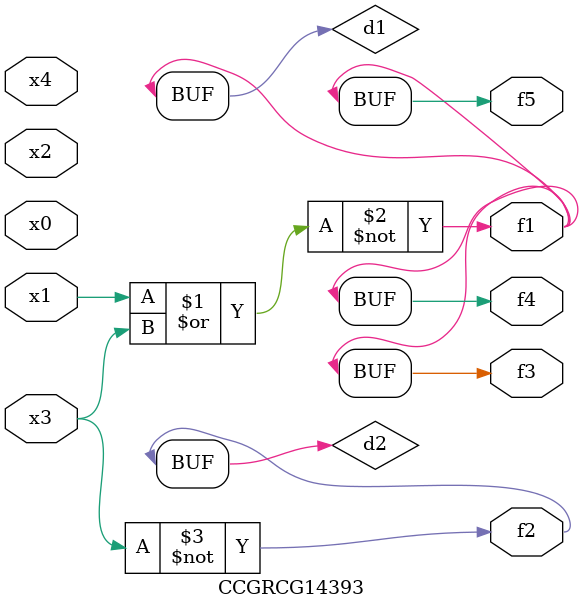
<source format=v>
module CCGRCG14393(
	input x0, x1, x2, x3, x4,
	output f1, f2, f3, f4, f5
);

	wire d1, d2;

	nor (d1, x1, x3);
	not (d2, x3);
	assign f1 = d1;
	assign f2 = d2;
	assign f3 = d1;
	assign f4 = d1;
	assign f5 = d1;
endmodule

</source>
